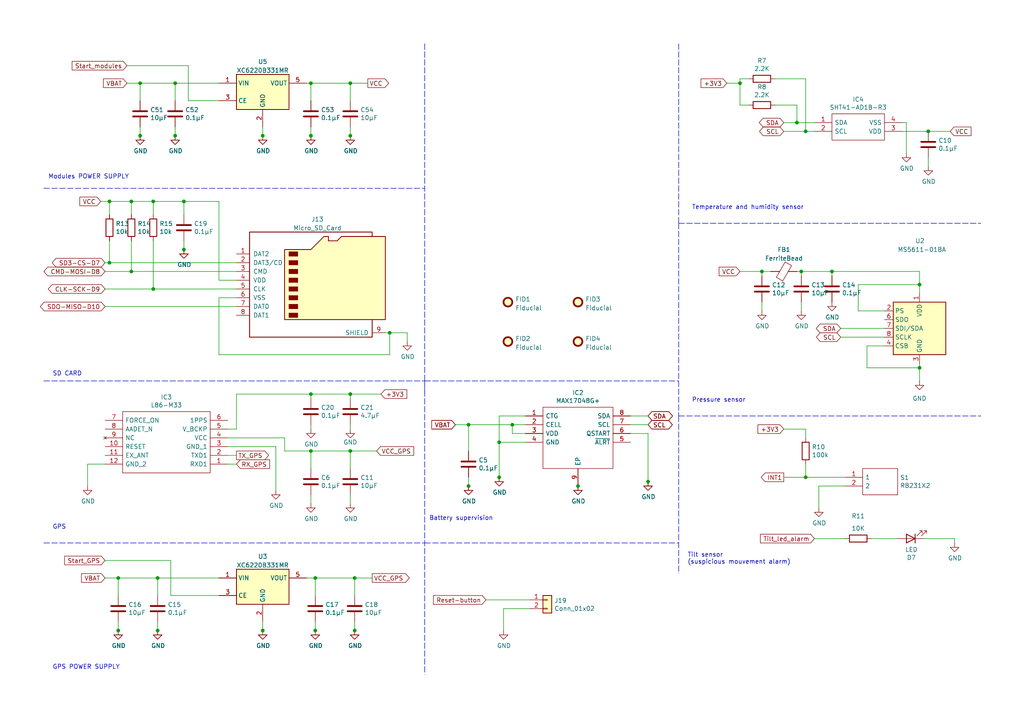
<source format=kicad_sch>
(kicad_sch (version 20211123) (generator eeschema)
  (paper "A4")
  (title_block (title "Open_beehive_scale_board") (date "2022-05-16") (rev "V0.1") (company "Ratamuse"))
  (lib_symbols
    (symbol "Connector:Micro_SD_Card" (pin_names (offset 1.016))
      (property "Reference" "J" (at -16.51 15.24 0))
      (property "Value" "Micro_SD_Card" (at 16.51 15.24 0))
      (symbol "Micro_SD_Card_0_1"
        (rectangle (start -7.62 -9.525) (end -5.08 -10.795) (fill (type outline)))
        (rectangle (start -7.62 -6.985) (end -5.08 -8.255) (fill (type outline)))
        (rectangle (start -7.62 -4.445) (end -5.08 -5.715) (fill (type outline)))
        (rectangle (start -7.62 -1.905) (end -5.08 -3.175) (fill (type outline)))
        (rectangle (start -7.62 0.635) (end -5.08 -0.635) (fill (type outline)))
        (rectangle (start -7.62 3.175) (end -5.08 1.905) (fill (type outline)))
        (rectangle (start -7.62 5.715) (end -5.08 4.445) (fill (type outline)))
        (rectangle (start -7.62 8.255) (end -5.08 6.985) (fill (type outline)))
        (polyline (pts (xy 16.51 12.7) (xy 16.51 13.97) (xy -19.05 13.97) (xy -19.05 -16.51) (xy 16.51 -16.51) (xy 16.51 -11.43)) (stroke (width 0.254)))
        (polyline (pts (xy -8.89 -11.43) (xy -8.89 8.89) (xy -1.27 8.89) (xy 2.54 12.7) (xy 3.81 12.7) (xy 3.81 11.43) (xy 6.35 11.43) (xy 7.62 12.7) (xy 20.32 12.7) (xy 20.32 -11.43) (xy -8.89 -11.43)) (stroke (width 0.254)) (fill (type background)))
      )
      (symbol "Micro_SD_Card_1_1"
        (pin bidirectional line (at -22.86 7.62 0) (length 3.81) (name "DAT2") (number "1"))
        (pin bidirectional line (at -22.86 5.08 0) (length 3.81) (name "DAT3/CD") (number "2"))
        (pin input line (at -22.86 2.54 0) (length 3.81) (name "CMD") (number "3"))
        (pin power_in line (at -22.86 0 0) (length 3.81) (name "VDD") (number "4"))
        (pin input line (at -22.86 -2.54 0) (length 3.81) (name "CLK") (number "5"))
        (pin power_in line (at -22.86 -5.08 0) (length 3.81) (name "VSS") (number "6"))
        (pin bidirectional line (at -22.86 -7.62 0) (length 3.81) (name "DAT0") (number "7"))
        (pin bidirectional line (at -22.86 -10.16 0) (length 3.81) (name "DAT1") (number "8"))
        (pin passive line (at 20.32 -15.24 180) (length 3.81) (name "SHIELD") (number "9"))
      )
    )
    (symbol "Connector_Generic:Conn_01x02" (pin_names (offset 1.016) hide)
      (property "Reference" "J" (at 0 2.54 0))
      (property "Value" "Conn_01x02" (at 0 -5.08 0))
      (symbol "Conn_01x02_1_1"
        (rectangle (start -1.27 -2.413) (end 0 -2.667) (stroke (width 0.1524)))
        (rectangle (start -1.27 0.127) (end 0 -0.127) (stroke (width 0.1524)))
        (rectangle (start -1.27 1.27) (end 1.27 -3.81) (stroke (width 0.254)) (fill (type background)))
        (pin passive line (at -5.08 0 0) (length 3.81) (name "Pin_1") (number "1"))
        (pin passive line (at -5.08 -2.54 0) (length 3.81) (name "Pin_2") (number "2"))
      )
    )
    (symbol "Device:C" (pin_numbers hide) (pin_names (offset 0.254))
      (property "Reference" "C" (at 0.635 2.54 0))
      (property "Value" "C" (at 0.635 -2.54 0))
      (symbol "C_0_1"
        (polyline (pts (xy -2.032 -0.762) (xy 2.032 -0.762)) (stroke (width 0.508)))
        (polyline (pts (xy -2.032 0.762) (xy 2.032 0.762)) (stroke (width 0.508)))
      )
      (symbol "C_1_1"
        (pin passive line (at 0 3.81 270) (length 2.794) (name "~") (number "1"))
        (pin passive line (at 0 -3.81 90) (length 2.794) (name "~") (number "2"))
      )
    )
    (symbol "Device:FerriteBead" (pin_numbers hide) (pin_names (offset 0))
      (property "Reference" "FB" (at -3.81 0.635 90))
      (property "Value" "FerriteBead" (at 3.81 0 90))
      (symbol "FerriteBead_0_1"
        (polyline (pts (xy 0 -1.27) (xy 0 -1.2192)))
        (polyline (pts (xy 0 1.27) (xy 0 1.2954)))
        (polyline (pts (xy -2.7686 0.4064) (xy -1.7018 2.2606) (xy 2.7686 -0.3048) (xy 1.6764 -2.159) (xy -2.7686 0.4064)))
      )
      (symbol "FerriteBead_1_1"
        (pin passive line (at 0 3.81 270) (length 2.54) (name "~") (number "1"))
        (pin passive line (at 0 -3.81 90) (length 2.54) (name "~") (number "2"))
      )
    )
    (symbol "Device:LED" (pin_numbers hide) (pin_names (offset 1.016) hide)
      (property "Reference" "D" (at 0 2.54 0))
      (property "Value" "LED" (at 0 -2.54 0))
      (symbol "LED_0_1"
        (polyline (pts (xy -1.27 -1.27) (xy -1.27 1.27)) (stroke (width 0.254)))
        (polyline (pts (xy -1.27 0) (xy 1.27 0)))
        (polyline (pts (xy 1.27 -1.27) (xy 1.27 1.27) (xy -1.27 0) (xy 1.27 -1.27)) (stroke (width 0.254)))
        (polyline (pts (xy -3.048 -0.762) (xy -4.572 -2.286) (xy -3.81 -2.286) (xy -4.572 -2.286) (xy -4.572 -1.524)))
        (polyline (pts (xy -1.778 -0.762) (xy -3.302 -2.286) (xy -2.54 -2.286) (xy -3.302 -2.286) (xy -3.302 -1.524)))
      )
      (symbol "LED_1_1"
        (pin passive line (at -3.81 0 0) (length 2.54) (name "K") (number "1"))
        (pin passive line (at 3.81 0 180) (length 2.54) (name "A") (number "2"))
      )
    )
    (symbol "Device:R" (pin_numbers hide) (pin_names (offset 0))
      (property "Reference" "R" (at 2.032 0 90))
      (property "Value" "R" (at 0 0 90))
      (symbol "R_0_1"
        (rectangle (start -1.016 -2.54) (end 1.016 2.54) (stroke (width 0.254)))
      )
      (symbol "R_1_1"
        (pin passive line (at 0 3.81 270) (length 1.27) (name "~") (number "1"))
        (pin passive line (at 0 -3.81 90) (length 1.27) (name "~") (number "2"))
      )
    )
    (symbol "L86-M33:L86-M33" (pin_names (offset 0.762))
      (property "Reference" "IC" (at 31.75 7.62 0))
      (property "Value" "L86-M33" (at 31.75 5.08 0))
      (symbol "L86-M33_0_0"
        (pin passive line (at 35.56 -12.7 180) (length 5.08) (name "RXD1") (number "1"))
        (pin passive line (at 0 -7.62 0) (length 5.08) (name "RESET") (number "10"))
        (pin passive line (at 0 -10.16 0) (length 5.08) (name "EX_ANT") (number "11"))
        (pin passive line (at 0 -12.7 0) (length 5.08) (name "GND_2") (number "12"))
        (pin passive line (at 35.56 -10.16 180) (length 5.08) (name "TXD1") (number "2"))
        (pin passive line (at 35.56 -7.62 180) (length 5.08) (name "GND_1") (number "3"))
        (pin passive line (at 35.56 -5.08 180) (length 5.08) (name "VCC") (number "4"))
        (pin passive line (at 35.56 -2.54 180) (length 5.08) (name "V_BCKP") (number "5"))
        (pin passive line (at 35.56 0 180) (length 5.08) (name "1PPS") (number "6"))
        (pin passive line (at 0 0 0) (length 5.08) (name "FORCE_ON") (number "7"))
        (pin passive line (at 0 -2.54 0) (length 5.08) (name "AADET_N") (number "8"))
        (pin no_connect line (at 0 -5.08 0) (length 5.08) (name "NC") (number "9"))
      )
      (symbol "L86-M33_0_1"
        (polyline (pts (xy 5.08 2.54) (xy 30.48 2.54) (xy 30.48 -15.24) (xy 5.08 -15.24) (xy 5.08 2.54)) (stroke (width 0.1524)))
      )
    )
    (symbol "MAX17048G+:MAX17048G+" (pin_names (offset 0.762))
      (property "Reference" "IC" (at 26.67 7.62 0))
      (property "Value" "MAX17048G+" (at 26.67 5.08 0))
      (symbol "MAX17048G+_0_0"
        (pin passive line (at 0 0 0) (length 5.08) (name "CTG") (number "1"))
        (pin passive line (at 0 -2.54 0) (length 5.08) (name "CELL") (number "2"))
        (pin passive line (at 0 -5.08 0) (length 5.08) (name "VDD") (number "3"))
        (pin passive line (at 0 -7.62 0) (length 5.08) (name "GND") (number "4"))
        (pin passive line (at 30.48 -7.62 180) (length 5.08) (name "~{ALRT}") (number "5"))
        (pin passive line (at 30.48 -5.08 180) (length 5.08) (name "QSTART") (number "6"))
        (pin passive line (at 30.48 -2.54 180) (length 5.08) (name "SCL") (number "7"))
        (pin passive line (at 30.48 0 180) (length 5.08) (name "SDA") (number "8"))
        (pin passive line (at 15.24 -20.32 90) (length 5.08) (name "EP") (number "9"))
      )
      (symbol "MAX17048G+_0_1"
        (polyline (pts (xy 5.08 2.54) (xy 25.4 2.54) (xy 25.4 -15.24) (xy 5.08 -15.24) (xy 5.08 2.54)) (stroke (width 0.1524)))
      )
    )
    (symbol "Mechanical:Fiducial"
      (property "Reference" "FID" (at 0 5.08 0))
      (property "Value" "Fiducial" (at 0 3.175 0))
      (symbol "Fiducial_0_1"
        (circle (center 0 0) (radius 1.27) (stroke (width 0.508)) (fill (type background)))
      )
    )
    (symbol "RB231X2:RB231X2" (pin_names (offset 0.762))
      (property "Reference" "S" (at 16.51 7.62 0))
      (property "Value" "RB231X2" (at 16.51 5.08 0))
      (symbol "RB231X2_0_0"
        (pin passive line (at 0 0 0) (length 5.08) (name "1") (number "1"))
        (pin passive line (at 0 -2.54 0) (length 5.08) (name "2") (number "2"))
      )
      (symbol "RB231X2_0_1"
        (polyline (pts (xy 5.08 2.54) (xy 15.24 2.54) (xy 15.24 -5.08) (xy 5.08 -5.08) (xy 5.08 2.54)) (stroke (width 0.1524)))
      )
    )
    (symbol "Regulator_Linear:XC6220B331MR"
      (property "Reference" "U" (at 0 8.89 0))
      (property "Value" "XC6220B331MR" (at 0 6.35 0))
      (symbol "XC6220B331MR_0_1"
        (rectangle (start -7.62 5.08) (end 7.62 -5.08) (stroke (width 0.254)) (fill (type background)))
      )
      (symbol "XC6220B331MR_1_1"
        (pin power_in line (at -12.7 2.54 0) (length 5.08) (name "VIN") (number "1"))
        (pin power_in line (at 0 -10.16 90) (length 5.08) (name "GND") (number "2"))
        (pin input line (at -12.7 -2.54 0) (length 5.08) (name "CE") (number "3"))
        (pin no_connect line (at 12.7 -2.54 180) (length 5.08) hide (name "NC") (number "4"))
        (pin power_out line (at 12.7 2.54 180) (length 5.08) (name "VOUT") (number "5"))
      )
    )
    (symbol "SHT41-AD1B-R3:SHT41-AD1B-R3" (pin_names (offset 0.762))
      (property "Reference" "IC" (at 21.59 7.62 0))
      (property "Value" "SHT41-AD1B-R3" (at 21.59 5.08 0))
      (symbol "SHT41-AD1B-R3_0_0"
        (pin passive line (at 0 0 0) (length 5.08) (name "SDA") (number "1"))
        (pin passive line (at 0 -2.54 0) (length 5.08) (name "SCL") (number "2"))
        (pin passive line (at 25.4 -2.54 180) (length 5.08) (name "VDD") (number "3"))
        (pin passive line (at 25.4 0 180) (length 5.08) (name "VSS") (number "4"))
      )
      (symbol "SHT41-AD1B-R3_0_1"
        (polyline (pts (xy 5.08 2.54) (xy 20.32 2.54) (xy 20.32 -5.08) (xy 5.08 -5.08) (xy 5.08 2.54)) (stroke (width 0.1524)))
      )
    )
    (symbol "Sensor_Pressure:MS5611-01BA"
      (property "Reference" "U" (at -6.35 8.89 0))
      (property "Value" "MS5611-01BA" (at 7.62 8.89 0))
      (symbol "MS5611-01BA_0_1"
        (rectangle (start -7.62 7.62) (end 7.62 -7.62) (stroke (width 0.254)) (fill (type background)))
      )
      (symbol "MS5611-01BA_1_1"
        (pin power_in line (at 0 10.16 270) (length 2.54) (name "VDD") (number "1"))
        (pin input line (at -10.16 5.08 0) (length 2.54) (name "PS") (number "2"))
        (pin power_in line (at 0 -10.16 90) (length 2.54) (name "GND") (number "3"))
        (pin input line (at -10.16 -5.08 0) (length 2.54) (name "CSB") (number "4"))
        (pin input line (at -10.16 -5.08 0) (length 2.54) hide (name "CSB") (number "5"))
        (pin output line (at -10.16 2.54 0) (length 2.54) (name "SDO") (number "6"))
        (pin bidirectional line (at -10.16 0 0) (length 2.54) (name "SDI/SDA") (number "7"))
        (pin input line (at -10.16 -2.54 0) (length 2.54) (name "SCLK") (number "8"))
      )
    )
    (symbol "power:GND" (power) (pin_names (offset 0))
      (property "Value" "GND" (at 0 -3.81 0))
      (symbol "GND_0_1"
        (polyline (pts (xy 0 0) (xy 0 -1.27) (xy 1.27 -1.27) (xy 0 -2.54) (xy -1.27 -1.27) (xy 0 -1.27)))
      )
      (symbol "GND_1_1"
        (pin power_in line (at 0 0 270) (length 0) hide (name "GND") (number "1"))
      )
    )
  )
  (junction (at 269.24 38.1))
  (junction (at 144.78 128.27))
  (junction (at 233.68 138.43))
  (junction (at 90.17 130.81))
  (junction (at 102.87 182.88))
  (junction (at 31.75 58.42))
  (junction (at 187.96 139.7))
  (junction (at 76.2 39.37))
  (junction (at 101.6 24.13))
  (junction (at 38.1 78.74))
  (junction (at 76.2 182.88))
  (junction (at 40.64 39.37))
  (junction (at 135.89 123.19))
  (junction (at 38.1 58.42))
  (junction (at 148.59 123.19))
  (junction (at 91.44 167.64))
  (junction (at 50.8 24.13))
  (junction (at 90.17 114.3))
  (junction (at 34.29 167.64))
  (junction (at 44.45 58.42))
  (junction (at 91.44 182.88))
  (junction (at 101.6 130.81))
  (junction (at 233.68 38.1))
  (junction (at 102.87 167.64))
  (junction (at 31.75 76.2))
  (junction (at 167.64 140.97))
  (junction (at 232.41 78.74))
  (junction (at 34.29 182.88))
  (junction (at 231.14 35.56))
  (junction (at 90.17 39.37))
  (junction (at 135.89 140.97))
  (junction (at 45.72 167.64))
  (junction (at 53.34 72.39))
  (junction (at 50.8 39.37))
  (junction (at 220.98 78.74))
  (junction (at 241.3 78.74))
  (junction (at 53.34 58.42))
  (junction (at 45.72 182.88))
  (junction (at 101.6 114.3))
  (junction (at 90.17 24.13))
  (junction (at 101.6 39.37))
  (junction (at 144.78 138.43))
  (junction (at 266.7 106.68))
  (junction (at 44.45 83.82))
  (junction (at 214.63 24.13))
  (junction (at 40.64 24.13))
  (junction (at 266.7 82.55))
  (junction (at 113.03 96.52))
  (wire (pts (xy 135.89 138.43) (xy 135.89 140.97)))
  (wire (pts (xy 269.24 45.72) (xy 269.24 48.26)))
  (wire (pts (xy 63.5 58.42) (xy 63.5 81.28)))
  (wire (pts (xy 214.63 30.48) (xy 214.63 24.13)))
  (wire (pts (xy 40.64 24.13) (xy 50.8 24.13)))
  (wire (pts (xy 233.68 38.1) (xy 233.68 22.86)))
  (wire (pts (xy 90.17 115.57) (xy 90.17 114.3)))
  (wire (pts (xy 123.19 -55.88) (xy 123.19 -50.8)))
  (wire (pts (xy 113.03 96.52) (xy 118.11 96.52)))
  (wire (pts (xy 146.05 176.53) (xy 146.05 182.88)))
  (wire (pts (xy 45.72 172.72) (xy 45.72 167.64)))
  (wire (pts (xy 101.6 24.13) (xy 106.68 24.13)))
  (wire (pts (xy 261.62 35.56) (xy 262.89 35.56)))
  (wire (pts (xy 267.97 156.21) (xy 276.86 156.21)))
  (wire (pts (xy 38.1 58.42) (xy 38.1 62.23)))
  (wire (pts (xy 101.6 115.57) (xy 101.6 114.3)))
  (wire (pts (xy 31.75 58.42) (xy 38.1 58.42)))
  (wire (pts (xy 71.12 -58.42) (xy 74.93 -58.42)))
  (wire (pts (xy 68.58 134.62) (xy 66.04 134.62)))
  (wire (pts (xy 31.75 69.85) (xy 31.75 76.2)))
  (wire (pts (xy 102.87 167.64) (xy 107.95 167.64)))
  (wire (pts (xy 233.68 38.1) (xy 227.33 38.1)))
  (wire (pts (xy 80.01 129.54) (xy 80.01 142.24)))
  (wire (pts (xy 71.12 -55.88) (xy 74.93 -55.88)))
  (wire (pts (xy 232.41 87.63) (xy 232.41 90.17)))
  (wire (pts (xy 54.61 29.21) (xy 54.61 19.05)))
  (wire (pts (xy 45.72 167.64) (xy 63.5 167.64)))
  (polyline (pts (xy 123.19 110.49) (xy 123.19 114.3)))
  (wire (pts (xy 231.14 35.56) (xy 231.14 30.48)))
  (wire (pts (xy 101.6 130.81) (xy 109.22 130.81)))
  (polyline (pts (xy 196.85 12.7) (xy 196.85 64.77)))
  (wire (pts (xy 251.46 100.33) (xy 251.46 106.68)))
  (wire (pts (xy 44.45 69.85) (xy 44.45 83.82)))
  (wire (pts (xy 30.48 83.82) (xy 44.45 83.82)))
  (wire (pts (xy 44.45 58.42) (xy 44.45 62.23)))
  (wire (pts (xy 71.12 -45.72) (xy 74.93 -45.72)))
  (wire (pts (xy 91.44 180.34) (xy 91.44 182.88)))
  (wire (pts (xy 102.87 -40.64) (xy 106.68 -40.64)))
  (wire (pts (xy 214.63 78.74) (xy 220.98 78.74)))
  (wire (pts (xy 102.87 -33.02) (xy 106.68 -33.02)))
  (wire (pts (xy 269.24 38.1) (xy 261.62 38.1)))
  (wire (pts (xy 101.6 114.3) (xy 110.49 114.3)))
  (wire (pts (xy 214.63 22.86) (xy 217.17 22.86)))
  (wire (pts (xy 63.5 102.87) (xy 113.03 102.87)))
  (wire (pts (xy 101.6 29.21) (xy 101.6 24.13)))
  (wire (pts (xy 36.83 19.05) (xy 54.61 19.05)))
  (wire (pts (xy 71.12 -60.96) (xy 74.93 -60.96)))
  (wire (pts (xy 50.8 29.21) (xy 50.8 24.13)))
  (wire (pts (xy 118.11 96.52) (xy 118.11 99.06)))
  (wire (pts (xy 135.89 123.19) (xy 135.89 130.81)))
  (wire (pts (xy 276.86 156.21) (xy 276.86 157.48)))
  (wire (pts (xy 220.98 78.74) (xy 223.52 78.74)))
  (wire (pts (xy 82.55 130.81) (xy 90.17 130.81)))
  (wire (pts (xy 148.59 125.73) (xy 152.4 125.73)))
  (wire (pts (xy 54.61 29.21) (xy 63.5 29.21)))
  (wire (pts (xy 182.88 123.19) (xy 187.96 123.19)))
  (wire (pts (xy 29.21 58.42) (xy 31.75 58.42)))
  (wire (pts (xy 102.87 -30.48) (xy 107.95 -30.48)))
  (wire (pts (xy 266.7 82.55) (xy 266.7 78.74)))
  (wire (pts (xy 148.59 123.19) (xy 152.4 123.19)))
  (wire (pts (xy 38.1 78.74) (xy 68.58 78.74)))
  (wire (pts (xy 44.45 58.42) (xy 53.34 58.42)))
  (wire (pts (xy 243.84 97.79) (xy 256.54 97.79)))
  (wire (pts (xy 30.48 88.9) (xy 68.58 88.9)))
  (wire (pts (xy 90.17 123.19) (xy 90.17 124.46)))
  (wire (pts (xy 220.98 80.01) (xy 220.98 78.74)))
  (wire (pts (xy 214.63 24.13) (xy 210.82 24.13)))
  (wire (pts (xy 68.58 86.36) (xy 63.5 86.36)))
  (wire (pts (xy 38.1 58.42) (xy 44.45 58.42)))
  (wire (pts (xy 256.54 100.33) (xy 251.46 100.33)))
  (wire (pts (xy 68.58 124.46) (xy 68.58 114.3)))
  (wire (pts (xy 68.58 114.3) (xy 90.17 114.3)))
  (wire (pts (xy 82.55 130.81) (xy 82.55 127)))
  (wire (pts (xy 66.04 129.54) (xy 80.01 129.54)))
  (wire (pts (xy 248.92 90.17) (xy 256.54 90.17)))
  (wire (pts (xy 45.72 180.34) (xy 45.72 182.88)))
  (wire (pts (xy 71.12 -33.02) (xy 74.93 -33.02)))
  (wire (pts (xy 231.14 35.56) (xy 236.22 35.56)))
  (wire (pts (xy 91.44 172.72) (xy 91.44 167.64)))
  (polyline (pts (xy 12.7 157.48) (xy 123.19 157.48)))
  (wire (pts (xy 236.22 38.1) (xy 233.68 38.1)))
  (wire (pts (xy 233.68 138.43) (xy 227.33 138.43)))
  (wire (pts (xy 71.12 -30.48) (xy 74.93 -30.48)))
  (wire (pts (xy 30.48 78.74) (xy 38.1 78.74)))
  (wire (pts (xy 71.12 -53.34) (xy 74.93 -53.34)))
  (wire (pts (xy 231.14 30.48) (xy 224.79 30.48)))
  (wire (pts (xy 71.12 -38.1) (xy 74.93 -38.1)))
  (wire (pts (xy 140.97 173.99) (xy 153.67 173.99)))
  (wire (pts (xy 266.7 105.41) (xy 266.7 106.68)))
  (wire (pts (xy 144.78 128.27) (xy 144.78 138.43)))
  (wire (pts (xy 71.12 -50.8) (xy 74.93 -50.8)))
  (wire (pts (xy 269.24 38.1) (xy 275.59 38.1)))
  (wire (pts (xy 76.2 36.83) (xy 76.2 39.37)))
  (wire (pts (xy 91.44 167.64) (xy 102.87 167.64)))
  (wire (pts (xy 102.87 -63.5) (xy 106.68 -63.5)))
  (wire (pts (xy 102.87 -50.8) (xy 106.68 -50.8)))
  (wire (pts (xy 237.49 140.97) (xy 237.49 147.32)))
  (wire (pts (xy 25.4 134.62) (xy 25.4 140.97)))
  (wire (pts (xy 34.29 172.72) (xy 34.29 167.64)))
  (wire (pts (xy 101.6 143.51) (xy 101.6 146.05)))
  (wire (pts (xy 31.75 76.2) (xy 68.58 76.2)))
  (wire (pts (xy 111.76 96.52) (xy 113.03 96.52)))
  (wire (pts (xy 217.17 30.48) (xy 214.63 30.48)))
  (wire (pts (xy 102.87 -43.18) (xy 106.68 -43.18)))
  (wire (pts (xy 101.6 135.89) (xy 101.6 130.81)))
  (wire (pts (xy 135.89 123.19) (xy 148.59 123.19)))
  (wire (pts (xy 233.68 124.46) (xy 227.33 124.46)))
  (wire (pts (xy 245.11 140.97) (xy 237.49 140.97)))
  (wire (pts (xy 102.87 -45.72) (xy 106.68 -45.72)))
  (wire (pts (xy 182.88 125.73) (xy 187.96 125.73)))
  (wire (pts (xy 243.84 95.25) (xy 256.54 95.25)))
  (wire (pts (xy 68.58 124.46) (xy 66.04 124.46)))
  (polyline (pts (xy 12.7 110.49) (xy 123.19 110.49)))
  (wire (pts (xy 248.92 82.55) (xy 248.92 90.17)))
  (wire (pts (xy 241.3 78.74) (xy 266.7 78.74)))
  (polyline (pts (xy 196.85 64.77) (xy 196.85 120.65)))
  (wire (pts (xy 90.17 114.3) (xy 101.6 114.3)))
  (wire (pts (xy 44.45 83.82) (xy 68.58 83.82)))
  (polyline (pts (xy 196.85 64.77) (xy 284.48 64.77)))
  (wire (pts (xy 148.59 123.19) (xy 148.59 125.73)))
  (wire (pts (xy 241.3 78.74) (xy 241.3 80.01)))
  (wire (pts (xy 101.6 124.46) (xy 101.6 123.19)))
  (wire (pts (xy 152.4 120.65) (xy 144.78 120.65)))
  (wire (pts (xy 102.87 -53.34) (xy 106.68 -53.34)))
  (wire (pts (xy 88.9 167.64) (xy 91.44 167.64)))
  (wire (pts (xy 231.14 35.56) (xy 227.33 35.56)))
  (wire (pts (xy 50.8 36.83) (xy 50.8 39.37)))
  (wire (pts (xy 251.46 106.68) (xy 266.7 106.68)))
  (polyline (pts (xy 123.19 110.49) (xy 196.85 110.49)))
  (wire (pts (xy 233.68 22.86) (xy 224.79 22.86)))
  (wire (pts (xy 266.7 82.55) (xy 248.92 82.55)))
  (wire (pts (xy 34.29 180.34) (xy 34.29 182.88)))
  (polyline (pts (xy 12.7 54.61) (xy 123.19 54.61)))
  (wire (pts (xy 220.98 87.63) (xy 220.98 90.17)))
  (wire (pts (xy 36.83 24.13) (xy 40.64 24.13)))
  (wire (pts (xy 187.96 125.73) (xy 187.96 139.7)))
  (wire (pts (xy 233.68 127) (xy 233.68 124.46)))
  (wire (pts (xy 53.34 69.85) (xy 53.34 72.39)))
  (wire (pts (xy 102.87 -55.88) (xy 123.19 -55.88)))
  (wire (pts (xy 233.68 138.43) (xy 233.68 134.62)))
  (wire (pts (xy 232.41 78.74) (xy 241.3 78.74)))
  (wire (pts (xy 245.11 138.43) (xy 233.68 138.43)))
  (wire (pts (xy 71.12 -40.64) (xy 74.93 -40.64)))
  (wire (pts (xy 90.17 29.21) (xy 90.17 24.13)))
  (wire (pts (xy 76.2 180.34) (xy 76.2 182.88)))
  (wire (pts (xy 153.67 176.53) (xy 146.05 176.53)))
  (wire (pts (xy 30.48 162.56) (xy 49.53 162.56)))
  (wire (pts (xy 30.48 76.2) (xy 31.75 76.2)))
  (wire (pts (xy 34.29 167.64) (xy 45.72 167.64)))
  (wire (pts (xy 152.4 128.27) (xy 144.78 128.27)))
  (wire (pts (xy 71.12 -48.26) (xy 74.93 -48.26)))
  (wire (pts (xy 252.73 156.21) (xy 260.35 156.21)))
  (wire (pts (xy 63.5 81.28) (xy 68.58 81.28)))
  (wire (pts (xy 101.6 36.83) (xy 101.6 39.37)))
  (polyline (pts (xy 196.85 120.65) (xy 284.48 120.65)))
  (wire (pts (xy 90.17 135.89) (xy 90.17 130.81)))
  (wire (pts (xy 262.89 35.56) (xy 262.89 44.45)))
  (polyline (pts (xy 123.19 157.48) (xy 196.85 157.48)))
  (wire (pts (xy 71.12 -43.18) (xy 74.93 -43.18)))
  (wire (pts (xy 266.7 106.68) (xy 266.7 110.49)))
  (polyline (pts (xy 196.85 120.65) (xy 196.85 166.37)))
  (wire (pts (xy 90.17 36.83) (xy 90.17 39.37)))
  (wire (pts (xy 90.17 24.13) (xy 101.6 24.13)))
  (wire (pts (xy 102.87 -35.56) (xy 106.68 -35.56)))
  (wire (pts (xy 214.63 24.13) (xy 214.63 22.86)))
  (wire (pts (xy 102.87 -58.42) (xy 106.68 -58.42)))
  (wire (pts (xy 90.17 130.81) (xy 101.6 130.81)))
  (wire (pts (xy 232.41 78.74) (xy 232.41 80.01)))
  (wire (pts (xy 236.22 156.21) (xy 245.11 156.21)))
  (wire (pts (xy 25.4 134.62) (xy 30.48 134.62)))
  (wire (pts (xy 102.87 -48.26) (xy 106.68 -48.26)))
  (wire (pts (xy 50.8 24.13) (xy 63.5 24.13)))
  (wire (pts (xy 266.7 85.09) (xy 266.7 82.55)))
  (wire (pts (xy 40.64 29.21) (xy 40.64 24.13)))
  (wire (pts (xy 63.5 86.36) (xy 63.5 102.87)))
  (wire (pts (xy 132.08 123.19) (xy 135.89 123.19)))
  (wire (pts (xy 38.1 69.85) (xy 38.1 78.74)))
  (wire (pts (xy 144.78 120.65) (xy 144.78 128.27)))
  (wire (pts (xy 53.34 58.42) (xy 63.5 58.42)))
  (wire (pts (xy 90.17 143.51) (xy 90.17 146.05)))
  (wire (pts (xy 102.87 -38.1) (xy 106.68 -38.1)))
  (wire (pts (xy 231.14 78.74) (xy 232.41 78.74)))
  (wire (pts (xy 113.03 102.87) (xy 113.03 96.52)))
  (wire (pts (xy 31.75 58.42) (xy 31.75 62.23)))
  (wire (pts (xy 88.9 24.13) (xy 90.17 24.13)))
  (wire (pts (xy 53.34 58.42) (xy 53.34 62.23)))
  (wire (pts (xy 102.87 180.34) (xy 102.87 182.88)))
  (wire (pts (xy 49.53 172.72) (xy 63.5 172.72)))
  (wire (pts (xy 71.12 -35.56) (xy 74.93 -35.56)))
  (wire (pts (xy 182.88 120.65) (xy 187.96 120.65)))
  (wire (pts (xy 30.48 167.64) (xy 34.29 167.64)))
  (polyline (pts (xy 123.19 12.7) (xy 123.19 195.58)))
  (wire (pts (xy 102.87 172.72) (xy 102.87 167.64)))
  (wire (pts (xy 82.55 127) (xy 66.04 127)))
  (wire (pts (xy 40.64 36.83) (xy 40.64 39.37)))
  (wire (pts (xy 49.53 172.72) (xy 49.53 162.56)))
  (wire (pts (xy 66.04 132.08) (xy 68.58 132.08)))
  (text "SD CARD" (at 15.24 109.22 0) (effects (font (size 1.27 1.27)) (justify left bottom)))
  (text "GPS" (at 15.24 153.67 0) (effects (font (size 1.27 1.27)) (justify left bottom)))
  (text "Battery supervision\n" (at 124.46 151.13 0) (effects (font (size 1.27 1.27)) (justify left bottom)))
  (text "Tilt sensor \n(suspicious mouvement alarm)" (at 199.39 163.83 0) (effects (font (size 1.27 1.27)) (justify left bottom)))
  (text "Temperature and humidity sensor\n" (at 200.66 60.96 0) (effects (font (size 1.27 1.27)) (justify left bottom)))
  (text "Pressure sensor" (at 200.66 116.84 0) (effects (font (size 1.27 1.27)) (justify left bottom)))
  (text "Modules POWER SUPPLY" (at 13.97 52.07 0) (effects (font (size 1.27 1.27)) (justify left bottom)))
  (text "GPS POWER SUPPLY" (at 15.24 194.31 0) (effects (font (size 1.27 1.27)) (justify left bottom)))
  (global_label "TX_GPS" (shape output) (at 68.58 132.08 0) (property "Intersheet References" "${INTERSHEET_REFS}" (effects hide)))
  (global_label "VCC" (shape input) (at 29.21 58.42 180) (property "Intersheet References" "${INTERSHEET_REFS}" (effects hide)))
  (global_label "SDA" (shape bidirectional) (at 187.96 120.65 0) (property "Intersheet References" "${INTERSHEET_REFS}" (effects hide)))
  (global_label "Start_GPS" (shape input) (at 30.48 162.56 180) (property "Intersheet References" "${INTERSHEET_REFS}" (effects hide)))
  (global_label "SCL" (shape bidirectional) (at 187.96 123.19 0) (property "Intersheet References" "${INTERSHEET_REFS}" (effects hide)))
  (global_label "VCC" (shape input) (at 214.63 78.74 180) (property "Intersheet References" "${INTERSHEET_REFS}" (effects hide)))
  (global_label "+3V3" (shape input) (at 227.33 124.46 180) (property "Intersheet References" "${INTERSHEET_REFS}" (effects hide)))
  (global_label "SD3-CS-D7" (shape bidirectional) (at 106.68 -33.02 0) (property "Intersheet References" "${INTERSHEET_REFS}" (effects hide)))
  (global_label "A0{slash}D15" (shape bidirectional) (at 71.12 -60.96 180) (property "Intersheet References" "${INTERSHEET_REFS}" (effects hide)))
  (global_label "SDA" (shape bidirectional) (at 243.84 95.25 180) (property "Intersheet References" "${INTERSHEET_REFS}" (effects hide)))
  (global_label "SD3-CS-D7" (shape bidirectional) (at 30.48 76.2 180) (property "Intersheet References" "${INTERSHEET_REFS}" (effects hide)))
  (global_label "DS18b20" (shape bidirectional) (at 71.12 -38.1 180) (property "Intersheet References" "${INTERSHEET_REFS}" (effects hide)))
  (global_label "+5V" (shape output) (at 106.68 -63.5 0) (property "Intersheet References" "${INTERSHEET_REFS}" (effects hide)))
  (global_label "+3V3" (shape input) (at 210.82 24.13 180) (property "Intersheet References" "${INTERSHEET_REFS}" (effects hide)))
  (global_label "SCL" (shape bidirectional) (at 227.33 38.1 180) (property "Intersheet References" "${INTERSHEET_REFS}" (effects hide)))
  (global_label "CLK-SCK-D9" (shape bidirectional) (at 30.48 83.82 180) (property "Intersheet References" "${INTERSHEET_REFS}" (effects hide)))
  (global_label "VBAT" (shape input) (at 36.83 24.13 180) (property "Intersheet References" "${INTERSHEET_REFS}" (effects hide)))
  (global_label "SCL" (shape bidirectional) (at 187.96 123.19 0) (property "Intersheet References" "${INTERSHEET_REFS}" (effects hide)))
  (global_label "VCC_GPS" (shape output) (at 107.95 167.64 0) (property "Intersheet References" "${INTERSHEET_REFS}" (effects hide)))
  (global_label "Tilt_led_alarm" (shape input) (at 236.22 156.21 180) (property "Intersheet References" "${INTERSHEET_REFS}" (effects hide)))
  (global_label "Start_modules" (shape input) (at 36.83 19.05 180) (property "Intersheet References" "${INTERSHEET_REFS}" (effects hide)))
  (global_label "SDA" (shape bidirectional) (at 227.33 35.56 180) (property "Intersheet References" "${INTERSHEET_REFS}" (effects hide)))
  (global_label "CLK1" (shape bidirectional) (at 71.12 -33.02 180) (property "Intersheet References" "${INTERSHEET_REFS}" (effects hide)))
  (global_label "VBAT" (shape input) (at 30.48 167.64 180) (property "Intersheet References" "${INTERSHEET_REFS}" (effects hide)))
  (global_label "DAT2" (shape bidirectional) (at 71.12 -45.72 180) (property "Intersheet References" "${INTERSHEET_REFS}" (effects hide)))
  (global_label "SDA" (shape bidirectional) (at 106.68 -43.18 0) (property "Intersheet References" "${INTERSHEET_REFS}" (effects hide)))
  (global_label "Tilt_led_alarm" (shape output) (at 107.95 -30.48 0) (property "Intersheet References" "${INTERSHEET_REFS}" (effects hide)))
  (global_label "Start_modules" (shape bidirectional) (at 71.12 -58.42 180) (property "Intersheet References" "${INTERSHEET_REFS}" (effects hide)))
  (global_label "SDO-MISO-D10" (shape bidirectional) (at 106.68 -40.64 0) (property "Intersheet References" "${INTERSHEET_REFS}" (effects hide)))
  (global_label "VCC" (shape input) (at 275.59 38.1 0) (property "Intersheet References" "${INTERSHEET_REFS}" (effects hide)))
  (global_label "TX_GPS" (shape input) (at 106.68 -48.26 0) (property "Intersheet References" "${INTERSHEET_REFS}" (effects hide)))
  (global_label "Reset-button" (shape input) (at 140.97 173.99 180) (property "Intersheet References" "${INTERSHEET_REFS}" (effects hide)))
  (global_label "+3V3" (shape input) (at 110.49 114.3 0) (property "Intersheet References" "${INTERSHEET_REFS}" (effects hide)))
  (global_label "SDA" (shape bidirectional) (at 187.96 120.65 0) (property "Intersheet References" "${INTERSHEET_REFS}" (effects hide)))
  (global_label "CLK4" (shape bidirectional) (at 71.12 -53.34 180) (property "Intersheet References" "${INTERSHEET_REFS}" (effects hide)))
  (global_label "DAT3" (shape bidirectional) (at 71.12 -50.8 180) (property "Intersheet References" "${INTERSHEET_REFS}" (effects hide)))
  (global_label "Start_GPS" (shape output) (at 71.12 -30.48 180) (property "Intersheet References" "${INTERSHEET_REFS}" (effects hide)))
  (global_label "CLK-SCK-D9" (shape bidirectional) (at 106.68 -38.1 0) (property "Intersheet References" "${INTERSHEET_REFS}" (effects hide)))
  (global_label "CMD-MOSI-D8" (shape bidirectional) (at 106.68 -35.56 0) (property "Intersheet References" "${INTERSHEET_REFS}" (effects hide)))
  (global_label "Reset-button" (shape output) (at 106.68 -53.34 0) (property "Intersheet References" "${INTERSHEET_REFS}" (effects hide)))
  (global_label "DAT1" (shape bidirectional) (at 71.12 -35.56 180) (property "Intersheet References" "${INTERSHEET_REFS}" (effects hide)))
  (global_label "INT1" (shape output) (at 227.33 138.43 180) (property "Intersheet References" "${INTERSHEET_REFS}" (effects hide)))
  (global_label "SCL" (shape bidirectional) (at 106.68 -45.72 0) (property "Intersheet References" "${INTERSHEET_REFS}" (effects hide)))
  (global_label "INT1" (shape input) (at 71.12 -40.64 180) (property "Intersheet References" "${INTERSHEET_REFS}" (effects hide)))
  (global_label "CLK3" (shape bidirectional) (at 71.12 -48.26 180) (property "Intersheet References" "${INTERSHEET_REFS}" (effects hide)))
  (global_label "VBAT" (shape input) (at 132.08 123.19 180) (property "Intersheet References" "${INTERSHEET_REFS}" (effects hide)))
  (global_label "DAT4" (shape bidirectional) (at 71.12 -55.88 180) (property "Intersheet References" "${INTERSHEET_REFS}" (effects hide)))
  (global_label "CMD-MOSI-D8" (shape bidirectional) (at 30.48 78.74 180) (property "Intersheet References" "${INTERSHEET_REFS}" (effects hide)))
  (global_label "+3V3" (shape output) (at 106.68 -58.42 0) (property "Intersheet References" "${INTERSHEET_REFS}" (effects hide)))
  (global_label "RX_GPS" (shape output) (at 106.68 -50.8 0) (property "Intersheet References" "${INTERSHEET_REFS}" (effects hide)))
  (global_label "SDO-MISO-D10" (shape bidirectional) (at 30.48 88.9 180) (property "Intersheet References" "${INTERSHEET_REFS}" (effects hide)))
  (global_label "SCL" (shape bidirectional) (at 243.84 97.79 180) (property "Intersheet References" "${INTERSHEET_REFS}" (effects hide)))
  (global_label "CLK2" (shape bidirectional) (at 71.12 -43.18 180) (property "Intersheet References" "${INTERSHEET_REFS}" (effects hide)))
  (global_label "VCC" (shape output) (at 106.68 24.13 0) (property "Intersheet References" "${INTERSHEET_REFS}" (effects hide)))
  (global_label "VCC_GPS" (shape input) (at 109.22 130.81 0) (property "Intersheet References" "${INTERSHEET_REFS}" (effects hide)))
  (global_label "VBAT" (shape input) (at 132.08 123.19 180) (property "Intersheet References" "${INTERSHEET_REFS}" (effects hide)))
  (global_label "RX_GPS" (shape input) (at 68.58 134.62 0) (property "Intersheet References" "${INTERSHEET_REFS}" (effects hide)))
  (symbol (lib_id "Device:C") (at 101.6 139.7 0) (unit 1)
    (property "Reference" "C11" (at 104.521 138.5316 0) (effects (justify left)))
    (property "Value" "10µF" (at 104.521 140.843 0) (effects (justify left)))
    (property "Footprint" "Capacitor_SMD:C_0805_2012Metric" (effects hide))
  )
  (symbol (lib_id "power:GND") (at 101.6 146.05 0) (unit 1)
    (property "Reference" "#PWR0116" (effects hide))
    (property "Value" "GND" (at 101.727 150.4442 0))
  )
  (symbol (lib_id "RB231X2:RB231X2") (at 245.11 138.43 0) (unit 1)
    (property "Reference" "S1" (at 261.0612 138.5316 0) (effects (justify left)))
    (property "Value" "RB231X2" (at 261.0612 140.843 0) (effects (justify left)))
    (property "Footprint" "Empreintes:RB231X2" (effects hide))
    (property "Datasheet" "http://www.mouser.com/datasheet/2/60/rb-965392.pdf" (effects hide))
    (property "Description" "Tilt Switches ROLLING BALL" (effects hide))
    (property "Height" "4" (effects hide))
    (property "Manufacturer_Name" "C & K COMPONENTS" (effects hide))
    (property "Manufacturer_Part_Number" "RB231X2" (effects hide))
    (property "Mouser Part Number" "611-RB-231X2" (effects hide))
    (property "Mouser Price/Stock" "https://www.mouser.co.uk/ProductDetail/CK/RB231X2?qs=Gufeu08L%2Fl3N%2F2jZGTaJow%3D%3D" (effects hide))
    (property "Arrow Part Number" "RB231X2" (effects hide))
    (property "Arrow Price/Stock" "https://www.arrow.com/en/products/rb231x2/ck" (effects hide))
  )
  (symbol (lib_id "L86-M33:L86-M33") (at 30.48 121.92 0) (unit 1)
    (property "Reference" "IC3" (at 48.26 115.189 0))
    (property "Value" "L86-M33" (at 48.26 117.5004 0))
    (property "Footprint" "Empreintes:L80-M39" (effects hide))
    (property "Datasheet" "https://docs-emea.rs-online.com/webdocs/147d/0900766b8147dbfb.pdf" (effects hide))
    (property "Description" "GPS/GLONASS receiver + antenna pack of 1" (effects hide))
    (property "Manufacturer_Name" "Quectel" (effects hide))
    (property "Manufacturer_Part_Number" "L86-M33" (effects hide))
    (property "Arrow Part Number" "L86-M33" (effects hide))
    (property "Arrow Price/Stock" "https://www.arrow.com/en/products/l86-m33/quectel-wireless-solutions-co-ltd" (effects hide))
  )
  (symbol (lib_id "power:GND") (at 237.49 147.32 0) (unit 1)
    (property "Reference" "#PWR0126" (effects hide))
    (property "Value" "GND" (at 237.617 151.7142 0))
  )
  (symbol (lib_id "power:GND") (at 25.4 140.97 0) (unit 1)
    (property "Reference" "#PWR0119" (effects hide))
    (property "Value" "GND" (at 25.527 145.3642 0))
  )
  (symbol (lib_id "Device:R") (at 233.68 130.81 0) (unit 1)
    (property "Reference" "R10" (at 235.458 129.6416 0) (effects (justify left)))
    (property "Value" "100k" (at 235.458 131.953 0) (effects (justify left)))
    (property "Footprint" "Resistor_SMD:R_0603_1608Metric" (effects hide))
  )
  (symbol (lib_id "Device:C") (at 90.17 139.7 0) (unit 1)
    (property "Reference" "C6" (at 93.091 138.5316 0) (effects (justify left)))
    (property "Value" "0.1µF" (at 93.091 140.843 0) (effects (justify left)))
    (property "Footprint" "Capacitor_SMD:C_0603_1608Metric" (effects hide))
  )
  (symbol (lib_id "power:GND") (at 90.17 146.05 0) (unit 1)
    (property "Reference" "#PWR0120" (effects hide))
    (property "Value" "GND" (at 90.297 150.4442 0))
  )
  (symbol (lib_id "MAX17048G+:MAX17048G+") (at 152.4 120.65 0) (unit 1)
    (property "Reference" "IC2" (at 167.64 113.919 0))
    (property "Value" "MAX17048G+" (at 167.64 116.2304 0))
    (property "Footprint" "Empreintes:SON50P200X200X80-9N-D" (effects hide))
    (property "Datasheet" "https://datasheets.maximintegrated.com/en/ds/MAX17048-MAX17049.pdf" (effects hide))
    (property "Description" "3uA 1-Cell/2-Cell Fuel Gauge with ModelGauge, TDFN-8" (effects hide))
    (property "Height" "0.8" (effects hide))
    (property "Manufacturer_Name" "Maxim Integrated" (effects hide))
    (property "Manufacturer_Part_Number" "MAX17048G+" (effects hide))
    (property "Arrow Part Number" "MAX17048G+" (effects hide))
    (property "Mouser Part Number" "700-MAX17048G+" (effects hide))
    (property "Mouser Price/Stock" "https://www.mouser.co.uk/ProductDetail/Maxim-Integrated/MAX17048G%2b?qs=D7PJwyCwLArjnts0jPerYw%3D%3D" (effects hide))
  )
  (symbol (lib_id "power:GND") (at 144.78 138.43 0) (unit 1)
    (property "Reference" "#PWR0101" (effects hide))
    (property "Value" "GND" (at 144.907 142.8242 0))
  )
  (symbol (lib_id "power:GND") (at 167.64 140.97 0) (unit 1)
    (property "Reference" "#PWR0105" (effects hide))
    (property "Value" "GND" (at 167.767 145.3642 0))
  )
  (symbol (lib_id "power:GND") (at 187.96 139.7 0) (unit 1)
    (property "Reference" "#PWR0106" (effects hide))
    (property "Value" "GND" (at 188.087 144.0942 0))
  )
  (symbol (lib_id "Device:C") (at 135.89 134.62 0) (unit 1)
    (property "Reference" "C5" (at 138.811 133.4516 0) (effects (justify left)))
    (property "Value" "0.1µF" (at 138.811 135.763 0) (effects (justify left)))
    (property "Footprint" "Capacitor_SMD:C_0603_1608Metric" (effects hide))
  )
  (symbol (lib_id "power:GND") (at 135.89 140.97 0) (unit 1)
    (property "Reference" "#PWR0107" (effects hide))
    (property "Value" "GND" (at 136.017 145.3642 0))
  )
  (symbol (lib_id "power:GND") (at 144.78 138.43 0) (unit 1)
    (property "Reference" "#PWR0108" (effects hide))
    (property "Value" "GND" (at 144.907 142.8242 0))
  )
  (symbol (lib_id "power:GND") (at 167.64 140.97 0) (unit 1)
    (property "Reference" "#PWR0110" (effects hide))
    (property "Value" "GND" (at 167.767 145.3642 0))
  )
  (symbol (lib_id "power:GND") (at 187.96 139.7 0) (unit 1)
    (property "Reference" "#PWR0111" (effects hide))
    (property "Value" "GND" (at 188.087 144.0942 0))
  )
  (symbol (lib_id "power:GND") (at 135.89 140.97 0) (unit 1)
    (property "Reference" "#PWR0113" (effects hide))
    (property "Value" "GND" (at 136.017 145.3642 0))
  )
  (symbol (lib_id "Device:R") (at 220.98 30.48 270) (unit 1)
    (property "Reference" "R8" (at 220.98 25.2222 90))
    (property "Value" "2.2K" (at 220.98 27.5336 90))
    (property "Footprint" "Resistor_SMD:R_0603_1608Metric" (effects hide))
  )
  (symbol (lib_id "Device:R") (at 220.98 22.86 270) (unit 1)
    (property "Reference" "R7" (at 220.98 17.6022 90))
    (property "Value" "2.2K" (at 220.98 19.9136 90))
    (property "Footprint" "Resistor_SMD:R_0603_1608Metric" (effects hide))
  )
  (symbol (lib_id "SHT41-AD1B-R3:SHT41-AD1B-R3") (at 236.22 35.56 0) (unit 1)
    (property "Reference" "IC4" (at 248.92 28.829 0))
    (property "Value" "SHT41-AD1B-R3" (at 248.92 31.1404 0))
    (property "Footprint" "Empreintes:SHT41AD1BR3" (effects hide))
    (property "Datasheet" "https://www.mouser.fr/datasheet/2/682/Sensirion_Humidity_Sensors_SHT4x_Datasheet-2001050.pdf" (effects hide))
    (property "Description" "Board Mount Humidity Sensors Intermediate Humidity and Temperature Sensor - Bulk" (effects hide))
    (property "Height" "0.59" (effects hide))
    (property "Manufacturer_Name" "Sensirion" (effects hide))
    (property "Manufacturer_Part_Number" "SHT41-AD1B-R3" (effects hide))
    (property "Mouser Part Number" "403-SHT41-AD1B-R3" (effects hide))
    (property "Mouser Price/Stock" "https://www.mouser.co.uk/ProductDetail/Sensirion/SHT41-AD1B-R3?qs=XAiT9M5g4x9TCtE5W6N3dA%3D%3D" (effects hide))
  )
  (symbol (lib_id "power:GND") (at 262.89 44.45 0) (unit 1)
    (property "Reference" "#PWR0114" (effects hide))
    (property "Value" "GND" (at 263.017 48.8442 0))
  )
  (symbol (lib_id "Device:C") (at 269.24 41.91 0) (unit 1)
    (property "Reference" "C10" (at 272.161 40.7416 0) (effects (justify left)))
    (property "Value" "0.1µF" (at 272.161 43.053 0) (effects (justify left)))
    (property "Footprint" "Capacitor_SMD:C_0603_1608Metric" (effects hide))
  )
  (symbol (lib_id "power:GND") (at 269.24 48.26 0) (unit 1)
    (property "Reference" "#PWR0115" (effects hide))
    (property "Value" "GND" (at 269.367 52.6542 0))
  )
  (symbol (lib_id "power:GND") (at 80.01 142.24 0) (unit 1)
    (property "Reference" "#PWR0123" (effects hide))
    (property "Value" "GND" (at 80.137 146.6342 0))
  )
  (symbol (lib_id "power:GND") (at 123.19 -50.8 0) (unit 1)
    (property "Reference" "#PWR0125" (effects hide))
    (property "Value" "GND" (at 123.317 -46.4058 0))
  )
  (symbol (lib_id "power:GND") (at 101.6 39.37 0) (unit 1)
    (property "Reference" "#PWR0192" (effects hide))
    (property "Value" "GND" (at 101.727 43.7642 0))
  )
  (symbol (lib_id "Device:C") (at 220.98 83.82 0) (unit 1)
    (property "Reference" "C12" (at 223.901 82.6516 0) (effects (justify left)))
    (property "Value" "10µF" (at 223.901 84.963 0) (effects (justify left)))
    (property "Footprint" "Capacitor_SMD:C_0805_2012Metric" (effects hide))
  )
  (symbol (lib_id "Device:FerriteBead") (at 227.33 78.74 270) (unit 1)
    (property "Reference" "FB1" (at 227.3808 72.3986 90))
    (property "Value" "FerriteBead" (at 227.3808 74.9355 90))
    (property "Footprint" "Resistor_SMD:R_0603_1608Metric" (effects hide))
  )
  (symbol (lib_id "Device:C") (at 90.17 119.38 0) (unit 1)
    (property "Reference" "C20" (at 93.091 118.2116 0) (effects (justify left)))
    (property "Value" "0.1µF" (at 93.091 120.523 0) (effects (justify left)))
    (property "Footprint" "Capacitor_SMD:C_0603_1608Metric" (effects hide))
  )
  (symbol (lib_id "power:GND") (at 45.72 182.88 0) (unit 1)
    (property "Reference" "#PWR0156" (effects hide))
    (property "Value" "GND" (at 45.847 187.2742 0))
  )
  (symbol (lib_id "Device:R") (at 248.92 156.21 270) (unit 1)
    (property "Reference" "R11" (at 248.92 149.6822 90))
    (property "Value" "10K" (at 248.92 153.2636 90))
    (property "Footprint" "Resistor_SMD:R_0603_1608Metric" (effects hide))
  )
  (symbol (lib_id "Device:C") (at 34.29 176.53 0) (unit 1)
    (property "Reference" "C16" (at 37.211 175.3616 0) (effects (justify left)))
    (property "Value" "10µF" (at 37.211 177.673 0) (effects (justify left)))
    (property "Footprint" "Capacitor_SMD:C_0603_1608Metric" (effects hide))
  )
  (symbol (lib_id "Mechanical:Fiducial") (at 147.32 99.06 0) (unit 1)
    (property "Reference" "FID2" (at 149.479 98.2253 0) (effects (justify left)))
    (property "Value" "Fiducial" (at 149.479 100.7622 0) (effects (justify left)))
    (property "Footprint" "Fiducial:Fiducial_1mm_Mask3mm" (effects hide))
  )
  (symbol (lib_id "power:GND") (at 146.05 182.88 0) (unit 1)
    (property "Reference" "#PWR0202" (effects hide))
    (property "Value" "GND" (at 146.177 187.2742 0))
  )
  (symbol (lib_id "Device:C") (at 232.41 83.82 0) (unit 1)
    (property "Reference" "C13" (at 235.331 82.6516 0) (effects (justify left)))
    (property "Value" "10µF" (at 235.331 84.963 0) (effects (justify left)))
    (property "Footprint" "Capacitor_SMD:C_0805_2012Metric" (effects hide))
  )
  (symbol (lib_id "power:GND") (at 102.87 182.88 0) (unit 1)
    (property "Reference" "#PWR0158" (effects hide))
    (property "Value" "GND" (at 102.997 187.2742 0))
  )
  (symbol (lib_id "power:GND") (at 101.6 39.37 0) (unit 1)
    (property "Reference" "#PWR0193" (effects hide))
    (property "Value" "GND" (at 101.727 43.7642 0))
  )
  (symbol (lib_id "power:GND") (at 50.8 39.37 0) (unit 1)
    (property "Reference" "#PWR0198" (effects hide))
    (property "Value" "GND" (at 50.927 43.7642 0))
  )
  (symbol (lib_id "Device:C") (at 102.87 176.53 0) (unit 1)
    (property "Reference" "C18" (at 105.791 175.3616 0) (effects (justify left)))
    (property "Value" "10µF" (at 105.791 177.673 0) (effects (justify left)))
    (property "Footprint" "Capacitor_SMD:C_0805_2012Metric" (effects hide))
  )
  (symbol (lib_id "power:GND") (at 102.87 182.88 0) (unit 1)
    (property "Reference" "#PWR0159" (effects hide))
    (property "Value" "GND" (at 102.997 187.2742 0))
  )
  (symbol (lib_id "power:GND") (at 91.44 182.88 0) (unit 1)
    (property "Reference" "#PWR0153" (effects hide))
    (property "Value" "GND" (at 91.567 187.2742 0))
  )
  (symbol (lib_id "power:GND") (at 76.2 39.37 0) (unit 1)
    (property "Reference" "#PWR0196" (effects hide))
    (property "Value" "GND" (at 76.327 43.7642 0))
  )
  (symbol (lib_id "Device:C") (at 40.64 33.02 0) (unit 1)
    (property "Reference" "C51" (at 43.561 31.8516 0) (effects (justify left)))
    (property "Value" "10µF" (at 43.561 34.163 0) (effects (justify left)))
    (property "Footprint" "Capacitor_SMD:C_0603_1608Metric" (effects hide))
  )
  (symbol (lib_id "power:GND") (at 90.17 124.46 0) (unit 1)
    (property "Reference" "#PWR0117" (effects hide))
    (property "Value" "GND" (at 90.297 128.8542 0))
  )
  (symbol (lib_id "Device:R") (at 38.1 66.04 0) (unit 1)
    (property "Reference" "R14" (at 39.878 64.8716 0) (effects (justify left)))
    (property "Value" "10k" (at 39.878 67.183 0) (effects (justify left)))
    (property "Footprint" "Resistor_SMD:R_0603_1608Metric" (effects hide))
  )
  (symbol (lib_id "power:GND") (at 34.29 182.88 0) (unit 1)
    (property "Reference" "#PWR0155" (effects hide))
    (property "Value" "GND" (at 34.417 187.2742 0))
  )
  (symbol (lib_id "power:GND") (at 90.17 39.37 0) (unit 1)
    (property "Reference" "#PWR0201" (effects hide))
    (property "Value" "GND" (at 90.297 43.7642 0))
  )
  (symbol (lib_id "power:GND") (at 276.86 157.48 0) (unit 1)
    (property "Reference" "#PWR0152" (effects hide))
    (property "Value" "GND" (at 276.987 161.8742 0))
  )
  (symbol (lib_id "Mechanical:Fiducial") (at 167.64 87.63 0) (unit 1)
    (property "Reference" "FID3" (at 169.799 86.7953 0) (effects (justify left)))
    (property "Value" "Fiducial" (at 169.799 89.3322 0) (effects (justify left)))
    (property "Footprint" "Fiducial:Fiducial_1mm_Mask3mm" (effects hide))
  )
  (symbol (lib_id "Device:R") (at 44.45 66.04 0) (unit 1)
    (property "Reference" "R15" (at 46.228 64.8716 0) (effects (justify left)))
    (property "Value" "10k" (at 46.228 67.183 0) (effects (justify left)))
    (property "Footprint" "Resistor_SMD:R_0603_1608Metric" (effects hide))
  )
  (symbol (lib_id "power:GND") (at 101.6 124.46 0) (unit 1)
    (property "Reference" "#PWR0118" (effects hide))
    (property "Value" "GND" (at 101.6 128.27 0))
  )
  (symbol (lib_id "Mechanical:Fiducial") (at 147.32 87.63 0) (unit 1)
    (property "Reference" "FID1" (at 149.479 86.7953 0) (effects (justify left)))
    (property "Value" "Fiducial" (at 149.479 89.3322 0) (effects (justify left)))
    (property "Footprint" "Fiducial:Fiducial_1mm_Mask3mm" (effects hide))
  )
  (symbol (lib_id "power:GND") (at 266.7 110.49 0) (unit 1)
    (property "Reference" "#PWR0142" (effects hide))
    (property "Value" "GND" (at 266.7 115.57 0))
  )
  (symbol (lib_id "power:GND") (at 34.29 182.88 0) (unit 1)
    (property "Reference" "#PWR0154" (effects hide))
    (property "Value" "GND" (at 34.417 187.2742 0))
  )
  (symbol (lib_id "Device:C") (at 101.6 119.38 0) (unit 1)
    (property "Reference" "C21" (at 104.521 118.2116 0) (effects (justify left)))
    (property "Value" "4.7µF" (at 104.521 120.523 0) (effects (justify left)))
    (property "Footprint" "Capacitor_SMD:C_0805_2012Metric" (effects hide))
  )
  (symbol (lib_id "power:GND") (at 232.41 90.17 0) (unit 1)
    (property "Reference" "#PWR0144" (effects hide))
    (property "Value" "GND" (at 232.537 94.5642 0))
  )
  (symbol (lib_id "Mechanical:Fiducial") (at 167.64 99.06 0) (unit 1)
    (property "Reference" "FID4" (at 169.799 98.2253 0) (effects (justify left)))
    (property "Value" "Fiducial" (at 169.799 100.7622 0) (effects (justify left)))
    (property "Footprint" "Fiducial:Fiducial_1mm_Mask3mm" (effects hide))
  )
  (symbol (lib_id "power:GND") (at 118.11 99.06 0) (unit 1)
    (property "Reference" "#PWR0165" (effects hide))
    (property "Value" "GND" (at 118.237 103.4542 0))
  )
  (symbol (lib_id "power:GND") (at 40.64 39.37 0) (unit 1)
    (property "Reference" "#PWR0195" (effects hide))
    (property "Value" "GND" (at 40.767 43.7642 0))
  )
  (symbol (lib_id "Device:C") (at 45.72 176.53 0) (unit 1)
    (property "Reference" "C15" (at 48.641 175.3616 0) (effects (justify left)))
    (property "Value" "0.1µF" (at 48.641 177.673 0) (effects (justify left)))
    (property "Footprint" "Capacitor_SMD:C_0805_2012Metric" (effects hide))
  )
  (symbol (lib_id "power:GND") (at 76.2 182.88 0) (unit 1)
    (property "Reference" "#PWR0161" (effects hide))
    (property "Value" "GND" (at 76.327 187.2742 0))
  )
  (symbol (lib_id "power:GND") (at 76.2 182.88 0) (unit 1)
    (property "Reference" "#PWR0162" (effects hide))
    (property "Value" "GND" (at 76.327 187.2742 0))
  )
  (symbol (lib_id "Device:C") (at 53.34 66.04 0) (unit 1)
    (property "Reference" "C19" (at 56.261 64.8716 0) (effects (justify left)))
    (property "Value" "0.1µF" (at 56.261 67.183 0) (effects (justify left)))
    (property "Footprint" "Capacitor_SMD:C_0603_1608Metric" (effects hide))
  )
  (symbol (lib_id "Device:C") (at 91.44 176.53 0) (unit 1)
    (property "Reference" "C17" (at 94.361 175.3616 0) (effects (justify left)))
    (property "Value" "0.1µF" (at 94.361 177.673 0) (effects (justify left)))
    (property "Footprint" "Capacitor_SMD:C_0603_1608Metric" (effects hide))
  )
  (symbol (lib_id "Device:R") (at 31.75 66.04 0) (unit 1)
    (property "Reference" "R13" (at 33.528 64.8716 0) (effects (justify left)))
    (property "Value" "10k" (at 33.528 67.183 0) (effects (justify left)))
    (property "Footprint" "Resistor_SMD:R_0603_1608Metric" (effects hide))
  )
  (symbol (lib_id "Regulator_Linear:XC6220B331MR") (at 76.2 26.67 0) (unit 1)
    (property "Reference" "U5" (at 76.2 17.8902 0))
    (property "Value" "XC6220B331MR" (at 76.2 20.4271 0))
    (property "Footprint" "Package_TO_SOT_SMD:SOT-23-5" (effects hide))
    (property "Datasheet" "https://www.torexsemi.com/file/xc6220/XC6220.pdf" (effects hide))
  )
  (symbol (lib_id "Connector_Generic:Conn_01x02") (at 158.75 173.99 0) (unit 1)
    (property "Reference" "J19" (at 160.782 174.1932 0) (effects (justify left)))
    (property "Value" "Conn_01x02" (at 160.782 176.5046 0) (effects (justify left)))
    (property "Footprint" "Connector_JST:JST_PH_B2B-PH-K_1x02_P2.00mm_Vertical" (effects hide))
  )
  (symbol (lib_id "Device:C") (at 90.17 33.02 0) (unit 1)
    (property "Reference" "C53" (at 93.091 31.8516 0) (effects (justify left)))
    (property "Value" "0.1µF" (at 93.091 34.163 0) (effects (justify left)))
    (property "Footprint" "Capacitor_SMD:C_0603_1608Metric" (effects hide))
  )
  (symbol (lib_id "Regulator_Linear:XC6220B331MR") (at 76.2 170.18 0) (unit 1)
    (property "Reference" "U3" (at 76.2 161.4002 0))
    (property "Value" "XC6220B331MR" (at 76.2 163.9371 0))
    (property "Footprint" "Package_TO_SOT_SMD:SOT-23-5" (effects hide))
    (property "Datasheet" "https://www.torexsemi.com/file/xc6220/XC6220.pdf" (effects hide))
  )
  (symbol (lib_id "Connector:Micro_SD_Card") (at 91.44 81.28 0) (unit 1)
    (property "Reference" "J13" (at 92.075 63.6102 0))
    (property "Value" "Micro_SD_Card" (at 92.075 66.1471 0))
    (property "Footprint" "Connector_Card:microSD_HC_Hirose_DM3AT-SF-PEJM5" (effects hide))
    (property "Datasheet" "http://katalog.we-online.de/em/datasheet/693072010801.pdf" (effects hide))
  )
  (symbol (lib_id "power:GND") (at 220.98 90.17 0) (unit 1)
    (property "Reference" "#PWR0143" (effects hide))
    (property "Value" "GND" (at 221.107 94.5642 0))
  )
  (symbol (lib_id "Device:C") (at 241.3 83.82 0) (unit 1)
    (property "Reference" "C14" (at 244.221 82.6516 0) (effects (justify left)))
    (property "Value" "0.1µF" (at 244.221 84.963 0) (effects (justify left)))
    (property "Footprint" "Capacitor_SMD:C_0603_1608Metric" (effects hide))
  )
  (symbol (lib_id "power:GND") (at 76.2 39.37 0) (unit 1)
    (property "Reference" "#PWR0197" (effects hide))
    (property "Value" "GND" (at 76.327 43.7642 0))
  )
  (symbol (lib_id "Device:C") (at 101.6 33.02 0) (unit 1)
    (property "Reference" "C54" (at 104.521 31.8516 0) (effects (justify left)))
    (property "Value" "10µF" (at 104.521 34.163 0) (effects (justify left)))
    (property "Footprint" "Capacitor_SMD:C_0805_2012Metric" (effects hide))
  )
  (symbol (lib_id "power:GND") (at 45.72 182.88 0) (unit 1)
    (property "Reference" "#PWR0157" (effects hide))
    (property "Value" "GND" (at 45.847 187.2742 0))
  )
  (symbol (lib_id "power:GND") (at 241.3 87.63 0) (unit 1)
    (property "Reference" "#PWR0145" (effects hide))
    (property "Value" "GND" (at 241.427 92.0242 0))
  )
  (symbol (lib_id "power:GND") (at 90.17 39.37 0) (unit 1)
    (property "Reference" "#PWR0200" (effects hide))
    (property "Value" "GND" (at 90.297 43.7642 0))
  )
  (symbol (lib_id "power:GND") (at 50.8 39.37 0) (unit 1)
    (property "Reference" "#PWR0199" (effects hide))
    (property "Value" "GND" (at 50.927 43.7642 0))
  )
  (symbol (lib_id "power:GND") (at 91.44 182.88 0) (unit 1)
    (property "Reference" "#PWR0160" (effects hide))
    (property "Value" "GND" (at 91.567 187.2742 0))
  )
  (symbol (lib_id "Sensor_Pressure:MS5611-01BA") (at 266.7 95.25 0) (unit 1)
    (property "Reference" "U2" (at 265.43 69.85 0) (effects (justify left)))
    (property "Value" "MS5611-01BA" (at 260.35 72.39 0) (effects (justify left)))
    (property "Footprint" "Package_LGA:LGA-8_3x5mm_P1.25mm" (effects hide))
    (property "Datasheet" "https://www.te.com/commerce/DocumentDelivery/DDEController?Action=srchrtrv&DocNm=MS5611-01BA03&DocType=Data+Sheet&DocLang=English" (effects hide))
  )
  (symbol (lib_id "power:GND") (at 53.34 72.39 0) (unit 1)
    (property "Reference" "#PWR0164" (effects hide))
    (property "Value" "GND" (at 53.467 76.7842 0))
  )
  (symbol (lib_id "power:GND") (at 40.64 39.37 0) (unit 1)
    (property "Reference" "#PWR0194" (effects hide))
    (property "Value" "GND" (at 40.767 43.7642 0))
  )
  (symbol (lib_id "power:GND") (at 53.34 72.39 0) (unit 1)
    (property "Reference" "#PWR0163" (effects hide))
    (property "Value" "GND" (at 53.467 76.7842 0))
  )
  (symbol (lib_id "Device:C") (at 50.8 33.02 0) (unit 1)
    (property "Reference" "C52" (at 53.721 31.8516 0) (effects (justify left)))
    (property "Value" "0.1µF" (at 53.721 34.163 0) (effects (justify left)))
    (property "Footprint" "Capacitor_SMD:C_0805_2012Metric" (effects hide))
  )
  (symbol (lib_id "Device:LED") (at 264.16 156.21 180) (unit 1)
    (property "Reference" "D7" (at 264.3378 161.7218 0))
    (property "Value" "LED" (at 264.3378 159.4104 0))
    (property "Footprint" "LED_SMD:LED_0603_1608Metric" (effects hide))
  )
  (sheet (at 307.34 0) (size 298.45 204.47)
    (property "Sheet name" "ruchea" (at 307.34 -0.7116 0) (effects (justify left bottom)))
    (property "Sheet file" "ruchea.kicad_sch" (at 307.34 205.0546 0) (effects (justify left top)))
  )
  (sheet (at -3.81 231.14) (size 294.64 172.72)
    (property "Sheet name" "rucheb" (at -3.81 230.4284 0) (effects (justify left bottom)))
    (property "Sheet file" "rucheb.kicad_sch" (at -3.81 404.4446 0) (effects (justify left top)))
  )
  (sheet (at -1.27 422.91) (size 290.83 121.92) (stroke (width 0.1524))
    (property "Sheet name" "ruched" (at -1.27 422.1984 0) (effects (justify left bottom)))
    (property "Sheet file" "ruched.kicad_sch" (at -1.27 545.4146 0) (effects (justify left top)))
  )
  (sheet (at 304.8 229.87) (size 303.53 171.45) (stroke (width 0.1524))
    (property "Sheet name" "ruchec" (at 304.8 229.1584 0) (effects (justify left bottom)))
    (property "Sheet file" "untitled.kicad_sch" (at 304.8 401.9046 0) (effects (justify left top)))
  )
)
</source>
